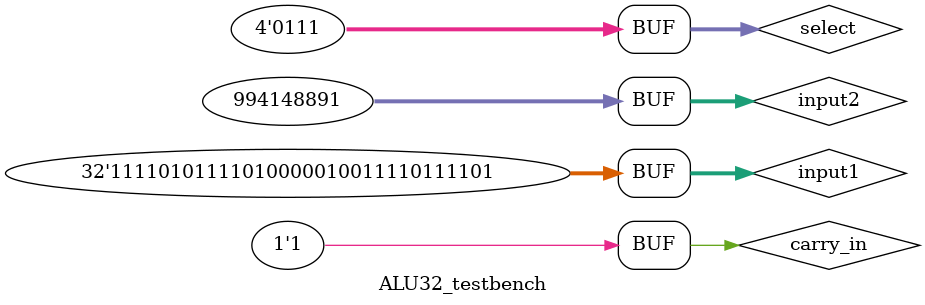
<source format=v>
`define DELAY 20
module ALU32_testbench(); 
reg [31:0] input1, input2;
reg [3:0] select;
reg carry_in;
wire carry_out_forAdd, carry_out_forSub;
wire [31:0] result;

ALU_32 test_ALU(result,carry_out_forAdd,carry_out_forSub,input1,input2,select,carry_in);

initial begin
input1 = 32'b11111111111111111111111111111111; input2 = 32'b00000000000000000000000000000000; select = 3'b000;
#`DELAY;
input1 = 32'b11111111111111111111111111111111; input2 = 32'b11111111111111111111111111111111; select = 3'b000;
#`DELAY;
input1 = 32'b01011010110101110110110101101011; input2 = 32'b00110000110101100100111101100001; select = 3'b000;
#`DELAY;
input1 = 32'b11111111111111111111111111111111; input2 = 32'b00000000000000000000000000000000; select = 3'b001;
#`DELAY;
input1 = 32'b00000000000000000000000000000000; input2 = 32'b00000000000000000000000000000000; select = 3'b001;
#`DELAY;
input1 = 32'b01011010110101110110110101101011; input2 = 32'b00110000110101100100111101100001; select = 3'b001;
#`DELAY;
input1 = 32'b11111111111111111111111111111111; input2 = 32'b11111111111111111111111111111111; select = 3'b010; carry_in = 1'b0;
#`DELAY;
input1 = 32'b11111111111111111111111111111111; input2 = 32'b00000000000000000000000000000000; select = 3'b010; carry_in = 1'b1;
#`DELAY;
input1 = 32'b00000000000000000000000000000000; input2 = 32'b00000000000000000000000000000000; select = 3'b010; carry_in = 1'b1;
#`DELAY;
input1 = 32'b10000010010101001100010000100010; input2 = 32'b00000010000001000011110000000001; select = 3'b011; 
#`DELAY;
input1 = 32'b10111100000000000010000001001001; input2 = 32'b01000010010000000000001000010001; select = 3'b011;
#`DELAY;
input1 = 32'b11001010101101111100011101010111; input2 = 32'b00101000000001110000000001111000; select = 3'b011; 
#`DELAY;
input1 = 32'b11111111111111111111111111111111; input2 = 32'b00000000000000000000000000000000; select = 3'b100; 
#`DELAY;
input1 = 32'b11111111111111111111111111111111; input2 = 32'b11111111111111111111111111111111; select = 3'b100; 
#`DELAY;
input1 = 32'b11111111111111111111111111100000; input2 = 32'b00000000000000000000000000011111; select = 3'b100;
#`DELAY;
input1 = 32'b10000000000000000000000100010000; input2 = 32'b00000000000000000000000000000011; select = 3'b101;
#`DELAY;
input1 = 32'b00000000000000000000100000000000; input2 = 32'b00000000000000000000000000001001; select = 3'b101;
#`DELAY;
input1 = 32'b10000000000000000000001100010000; input2 = 32'b00000000000000000000000000010101; select = 3'b101;
#`DELAY;
input1 = 32'b11111111111111111111111111111111; input2 = 32'b00000000000000000000000000000100; select = 3'b110; 
#`DELAY;
input1 = 32'b11111111111111000011111110110111; input2 = 32'b00000000000000000000000000001100; select = 3'b110; 
#`DELAY;
input1 = 32'b11111111111111111111111111111111; input2 = 32'b00000000000000000000000000011111; select = 3'b110; 
#`DELAY;
input1 = 32'b11000111111101111011101110111111; input2 = 32'b10001000000100010000010101010100; select = 3'b111; 
#`DELAY;
input1 = 32'b11001000100001000011101110110111; input2 = 32'b11000000110110101111010000001100; select = 3'b111; 
#`DELAY;
input1 = 32'b11110101111010000010011110111101; input2 = 32'b00111011010000011000001000011011; select = 3'b111; 
#`DELAY;
end
 
 
initial
begin

$monitor("time = %2d, input1 = %32b, input2 = %32b, select = %3b, result = %32b, carry_in = %1b, carry_out= %1b", $time, input1, input2, select, result, carry_in, carry_out_forAdd);

end
 
endmodule
</source>
